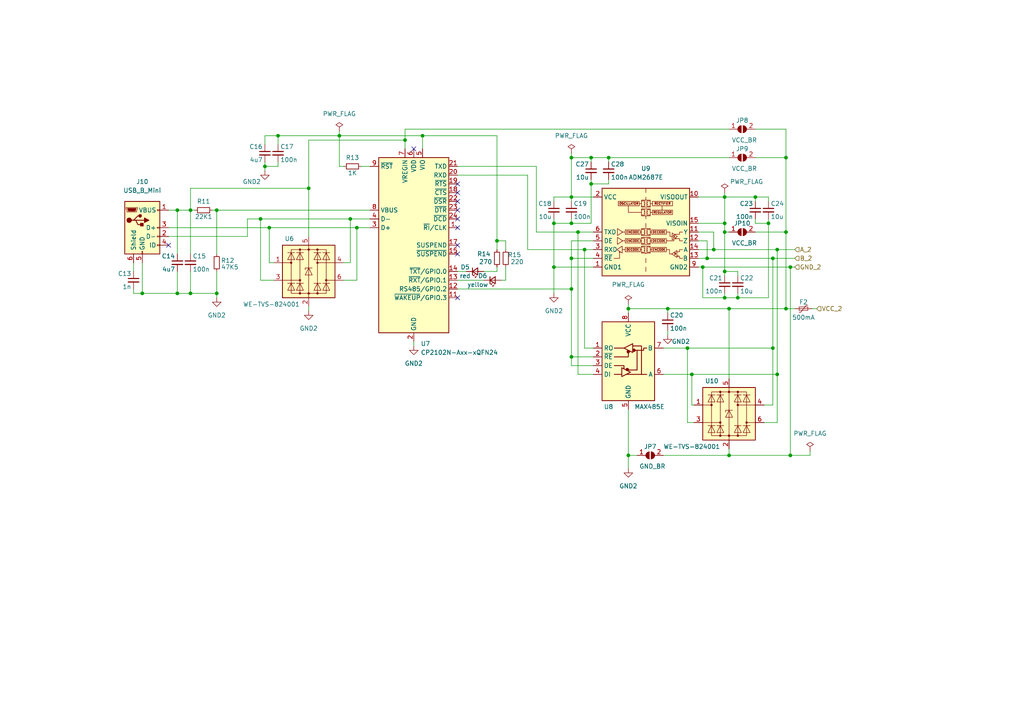
<source format=kicad_sch>
(kicad_sch (version 20211123) (generator eeschema)
  (paper "A4")
  (lib_symbols
    (symbol "Connector:USB_B_Mini" (pin_names (offset 1.016))
      (property "Reference" "J" (at -5.08 11.43 0))
      (property "Value" "USB_B_Mini" (at -5.08 8.89 0))
      (symbol "USB_B_Mini_0_1"
        (rectangle (start -5.08 -7.62) (end 5.08 7.62) (stroke (width 0.254)) (fill (type background)))
        (circle (center -3.81 2.159) (radius 0.635) (stroke (width 0.254)) (fill (type outline)))
        (circle (center -0.635 3.429) (radius 0.381) (stroke (width 0.254)) (fill (type outline)))
        (rectangle (start -0.127 -7.62) (end 0.127 -6.858))
        (polyline (pts (xy -1.905 2.159) (xy 0.635 2.159)) (stroke (width 0.254)))
        (polyline (pts (xy -3.175 2.159) (xy -2.54 2.159) (xy -1.27 3.429) (xy -0.635 3.429)) (stroke (width 0.254)))
        (polyline (pts (xy -2.54 2.159) (xy -1.905 2.159) (xy -1.27 0.889) (xy 0 0.889)) (stroke (width 0.254)))
        (polyline (pts (xy 0.635 2.794) (xy 0.635 1.524) (xy 1.905 2.159) (xy 0.635 2.794)) (stroke (width 0.254)) (fill (type outline)))
        (polyline (pts (xy -4.318 5.588) (xy -1.778 5.588) (xy -2.032 4.826) (xy -4.064 4.826) (xy -4.318 5.588)) (fill (type outline)))
        (polyline (pts (xy -4.699 5.842) (xy -4.699 5.588) (xy -4.445 4.826) (xy -4.445 4.572) (xy -1.651 4.572) (xy -1.651 4.826) (xy -1.397 5.588) (xy -1.397 5.842) (xy -4.699 5.842)))
        (rectangle (start 0.254 1.27) (end -0.508 0.508) (stroke (width 0.254)) (fill (type outline)))
        (rectangle (start 5.08 -5.207) (end 4.318 -4.953))
        (rectangle (start 5.08 -2.667) (end 4.318 -2.413))
        (rectangle (start 5.08 -0.127) (end 4.318 0.127))
        (rectangle (start 5.08 4.953) (end 4.318 5.207))
      )
      (symbol "USB_B_Mini_1_1"
        (pin power_out line (at 7.62 5.08 180) (length 2.54) (name "VBUS") (number "1"))
        (pin bidirectional line (at 7.62 -2.54 180) (length 2.54) (name "D-") (number "2"))
        (pin bidirectional line (at 7.62 0 180) (length 2.54) (name "D+") (number "3"))
        (pin passive line (at 7.62 -5.08 180) (length 2.54) (name "ID") (number "4"))
        (pin power_out line (at 0 -10.16 90) (length 2.54) (name "GND") (number "5"))
        (pin passive line (at -2.54 -10.16 90) (length 2.54) (name "Shield") (number "6"))
      )
    )
    (symbol "Device:C_Small" (pin_numbers hide) (pin_names (offset 0.254) hide)
      (property "Reference" "C" (at 0.254 1.778 0))
      (property "Value" "C_Small" (at 0.254 -2.032 0))
      (symbol "C_Small_0_1"
        (polyline (pts (xy -1.524 -0.508) (xy 1.524 -0.508)) (stroke (width 0.3302)))
        (polyline (pts (xy -1.524 0.508) (xy 1.524 0.508)) (stroke (width 0.3048)))
      )
      (symbol "C_Small_1_1"
        (pin passive line (at 0 2.54 270) (length 2.032) (name "~") (number "1"))
        (pin passive line (at 0 -2.54 90) (length 2.032) (name "~") (number "2"))
      )
    )
    (symbol "Device:LED_Small" (pin_numbers hide) (pin_names (offset 0.254) hide)
      (property "Reference" "D" (at -1.27 3.175 0))
      (property "Value" "LED_Small" (at -4.445 -2.54 0))
      (symbol "LED_Small_0_1"
        (polyline (pts (xy -0.762 -1.016) (xy -0.762 1.016)) (stroke (width 0.254)))
        (polyline (pts (xy 1.016 0) (xy -0.762 0)))
        (polyline (pts (xy 0.762 -1.016) (xy -0.762 0) (xy 0.762 1.016) (xy 0.762 -1.016)) (stroke (width 0.254)))
        (polyline (pts (xy 0 0.762) (xy -0.508 1.27) (xy -0.254 1.27) (xy -0.508 1.27) (xy -0.508 1.016)))
        (polyline (pts (xy 0.508 1.27) (xy 0 1.778) (xy 0.254 1.778) (xy 0 1.778) (xy 0 1.524)))
      )
      (symbol "LED_Small_1_1"
        (pin passive line (at -2.54 0 0) (length 1.778) (name "K") (number "1"))
        (pin passive line (at 2.54 0 180) (length 1.778) (name "A") (number "2"))
      )
    )
    (symbol "Device:Polyfuse_Small" (pin_numbers hide) (pin_names (offset 0))
      (property "Reference" "F" (at -1.905 0 90))
      (property "Value" "Polyfuse_Small" (at 1.905 0 90))
      (symbol "Polyfuse_Small_0_1"
        (rectangle (start -0.508 1.27) (end 0.508 -1.27))
        (polyline (pts (xy 0 2.54) (xy 0 -2.54)))
        (polyline (pts (xy -1.016 1.27) (xy -1.016 0.762) (xy 1.016 -0.762) (xy 1.016 -1.27)))
      )
      (symbol "Polyfuse_Small_1_1"
        (pin passive line (at 0 2.54 270) (length 0.635) (name "~") (number "1"))
        (pin passive line (at 0 -2.54 90) (length 0.635) (name "~") (number "2"))
      )
    )
    (symbol "Device:R_Small" (pin_numbers hide) (pin_names (offset 0.254) hide)
      (property "Reference" "R" (at 0.762 0.508 0))
      (property "Value" "R_Small" (at 0.762 -1.016 0))
      (symbol "R_Small_0_1"
        (rectangle (start -0.762 1.778) (end 0.762 -1.778) (stroke (width 0.2032)))
      )
      (symbol "R_Small_1_1"
        (pin passive line (at 0 2.54 270) (length 0.762) (name "~") (number "1"))
        (pin passive line (at 0 -2.54 90) (length 0.762) (name "~") (number "2"))
      )
    )
    (symbol "Interface_UART:ADM2687E"
      (property "Reference" "U" (at -11.43 13.97 0))
      (property "Value" "ADM2687E" (at 7.62 13.97 0))
      (symbol "ADM2687E_0_0"
        (text "D" (at 8.128 -1.27 0) (effects (font (size 0.635 0.635))))
        (text "R" (at 8.509 -6.35 0) (effects (font (size 0.635 0.635))))
      )
      (symbol "ADM2687E_0_1"
        (circle (center -7.62 -5.842) (radius 0.127))
        (polyline (pts (xy -9.271 -7.62) (xy -7.62 -7.62) (xy -7.62 -5.969)))
        (polyline (pts (xy 5.969 -2.54) (xy 8.128 -2.54) (xy 8.128 -2.032)))
        (polyline (pts (xy 7.493 -6.35) (xy 6.858 -6.35) (xy 6.858 -5.08) (xy 5.969 -5.08)))
        (polyline (pts (xy 7.62 -1.27) (xy 6.985 -1.27) (xy 6.985 0) (xy 5.969 0)))
        (polyline (pts (xy 9.017 -5.715) (xy 9.779 -5.715) (xy 9.779 -5.08) (xy 10.668 -5.08)))
        (polyline (pts (xy 9.398 -6.985) (xy 9.779 -6.985) (xy 9.779 -7.62) (xy 10.668 -7.62)))
        (polyline (pts (xy 10.668 -2.54) (xy 9.779 -2.54) (xy 9.779 -1.905) (xy 8.763 -1.905)))
        (polyline (pts (xy 10.668 0) (xy 9.779 0) (xy 9.779 -0.635) (xy 8.255 -0.635)))
      )
      (symbol "ADM2687E_1_0"
        (rectangle (start -1.27 -4.064) (end 1.27 -6.096))
        (rectangle (start -1.27 -1.524) (end 1.27 -3.556))
        (rectangle (start -1.27 1.016) (end 1.27 -1.016))
        (rectangle (start -1.27 6.731) (end 1.27 4.699))
        (rectangle (start -1.27 9.271) (end 1.27 7.239))
        (arc (start -0.508 -5.842) (mid -0.254 -5.588) (end -0.508 -5.334))
        (arc (start -0.508 -5.334) (mid -0.254 -5.08) (end -0.508 -4.826))
        (arc (start -0.508 -4.826) (mid -0.254 -4.572) (end -0.508 -4.318))
        (arc (start -0.508 -3.302) (mid -0.254 -3.048) (end -0.508 -2.794))
        (arc (start -0.508 -2.794) (mid -0.254 -2.54) (end -0.508 -2.286))
        (arc (start -0.508 -2.286) (mid -0.254 -2.032) (end -0.508 -1.778))
        (arc (start -0.508 -0.762) (mid -0.254 -0.508) (end -0.508 -0.254))
        (arc (start -0.508 -0.254) (mid -0.254 0) (end -0.508 0.254))
        (arc (start -0.508 0.254) (mid -0.254 0.508) (end -0.508 0.762))
        (arc (start -0.508 4.953) (mid -0.254 5.207) (end -0.508 5.461))
        (arc (start -0.508 5.461) (mid -0.254 5.715) (end -0.508 5.969))
        (arc (start -0.508 5.969) (mid -0.254 6.223) (end -0.508 6.477))
        (arc (start -0.508 7.493) (mid -0.254 7.747) (end -0.508 8.001))
        (arc (start -0.508 8.001) (mid -0.254 8.255) (end -0.508 8.509))
        (arc (start -0.508 8.509) (mid -0.254 8.763) (end -0.508 9.017))
        (polyline (pts (xy -5.969 -5.08) (xy -6.858 -5.08)))
        (polyline (pts (xy -5.969 -2.54) (xy -6.858 -2.54)))
        (polyline (pts (xy -5.969 0) (xy -6.858 0)))
        (polyline (pts (xy -5.08 5.715) (xy -5.08 7.62)))
        (polyline (pts (xy -5.08 5.715) (xy -1.27 5.715)))
        (polyline (pts (xy -1.905 8.255) (xy -1.27 8.255)))
        (polyline (pts (xy -1.651 -5.08) (xy -1.27 -5.08)))
        (polyline (pts (xy -1.651 -2.54) (xy -1.27 -2.54)))
        (polyline (pts (xy -1.651 0) (xy -1.27 0)))
        (polyline (pts (xy -1.27 -5.842) (xy -0.508 -5.842)))
        (polyline (pts (xy -1.27 -4.318) (xy -0.508 -4.318)))
        (polyline (pts (xy -1.27 -3.302) (xy -0.508 -3.302)))
        (polyline (pts (xy -1.27 -1.778) (xy -0.508 -1.778)))
        (polyline (pts (xy -1.27 -0.762) (xy -0.508 -0.762)))
        (polyline (pts (xy -1.27 0.762) (xy -0.508 0.762)))
        (polyline (pts (xy -1.27 4.953) (xy -0.508 4.953)))
        (polyline (pts (xy -1.27 6.477) (xy -0.508 6.477)))
        (polyline (pts (xy -1.27 7.493) (xy -0.508 7.493)))
        (polyline (pts (xy -1.27 9.017) (xy -0.508 9.017)))
        (polyline (pts (xy 0 -11.43) (xy 0 -10.16)))
        (polyline (pts (xy 0 -8.89) (xy 0 -7.62)))
        (polyline (pts (xy 0 -6.35) (xy 0 -6.096)))
        (polyline (pts (xy 0 1.27) (xy 0 2.54)))
        (polyline (pts (xy 0 3.81) (xy 0 4.699)))
        (polyline (pts (xy 0 9.271) (xy 0 10.16)))
        (polyline (pts (xy 0 12.7) (xy 0 11.43)))
        (polyline (pts (xy 1.27 -5.842) (xy 0.508 -5.842)))
        (polyline (pts (xy 1.27 -4.318) (xy 0.508 -4.318)))
        (polyline (pts (xy 1.27 -3.302) (xy 0.508 -3.302)))
        (polyline (pts (xy 1.27 -1.778) (xy 0.508 -1.778)))
        (polyline (pts (xy 1.27 -0.762) (xy 0.508 -0.762)))
        (polyline (pts (xy 1.27 0.762) (xy 0.508 0.762)))
        (polyline (pts (xy 1.27 4.953) (xy 0.508 4.953)))
        (polyline (pts (xy 1.27 6.477) (xy 0.508 6.477)))
        (polyline (pts (xy 1.27 7.493) (xy 0.508 7.493)))
        (polyline (pts (xy 1.27 9.017) (xy 0.508 9.017)))
        (polyline (pts (xy 1.651 -5.08) (xy 1.27 -5.08)))
        (polyline (pts (xy 1.651 -2.54) (xy 1.27 -2.54)))
        (polyline (pts (xy 1.651 0) (xy 1.27 0)))
        (polyline (pts (xy 1.905 5.715) (xy 1.27 5.715)))
        (polyline (pts (xy 1.905 8.255) (xy 1.27 8.255)))
        (polyline (pts (xy 4.699 6.35) (xy 4.699 7.62)))
        (arc (start 0.508 -5.334) (mid 0.254 -5.588) (end 0.508 -5.842))
        (arc (start 0.508 -4.826) (mid 0.254 -5.08) (end 0.508 -5.334))
        (arc (start 0.508 -4.318) (mid 0.254 -4.572) (end 0.508 -4.826))
        (arc (start 0.508 -2.794) (mid 0.254 -3.048) (end 0.508 -3.302))
        (arc (start 0.508 -2.286) (mid 0.254 -2.54) (end 0.508 -2.794))
        (arc (start 0.508 -1.778) (mid 0.254 -2.032) (end 0.508 -2.286))
        (arc (start 0.508 -0.254) (mid 0.254 -0.508) (end 0.508 -0.762))
        (arc (start 0.508 0.254) (mid 0.254 0) (end 0.508 -0.254))
        (arc (start 0.508 0.762) (mid 0.254 0.508) (end 0.508 0.254))
        (arc (start 0.508 5.461) (mid 0.254 5.207) (end 0.508 4.953))
        (arc (start 0.508 5.969) (mid 0.254 5.715) (end 0.508 5.461))
        (arc (start 0.508 6.477) (mid 0.254 6.223) (end 0.508 5.969))
        (arc (start 0.508 8.001) (mid 0.254 7.747) (end 0.508 7.493))
        (arc (start 0.508 8.509) (mid 0.254 8.255) (end 0.508 8.001))
        (arc (start 0.508 9.017) (mid 0.254 8.763) (end 0.508 8.509))
        (rectangle (start 1.651 -4.445) (end 5.969 -5.715))
        (rectangle (start 1.651 -1.905) (end 5.969 -3.175))
        (rectangle (start 1.651 0.635) (end 5.969 -0.635))
        (rectangle (start 1.905 6.35) (end 7.747 5.08))
        (rectangle (start 1.905 8.89) (end 7.747 7.62))
        (text "DECODE" (at -3.81 -5.08 0) (effects (font (size 0.635 0.635))))
        (text "DECODE" (at 3.81 -2.54 0) (effects (font (size 0.635 0.635))))
        (text "DECODE" (at 3.81 0 0) (effects (font (size 0.635 0.635))))
        (text "ENCODE" (at -3.81 -2.54 0) (effects (font (size 0.635 0.635))))
        (text "ENCODE" (at -3.81 0 0) (effects (font (size 0.635 0.635))))
        (text "ENCODE" (at 3.81 -5.08 0) (effects (font (size 0.635 0.635))))
        (text "OSCILLATOR" (at -4.953 8.255 0) (effects (font (size 0.635 0.635))))
        (text "RECTIFIER" (at 4.826 8.255 0) (effects (font (size 0.635 0.635))))
        (text "REGULATOR" (at 4.826 5.715 0) (effects (font (size 0.635 0.635))))
      )
      (symbol "ADM2687E_1_1"
        (rectangle (start -12.7 12.7) (end 12.7 -12.7) (stroke (width 0.254)) (fill (type background)))
        (rectangle (start -1.905 8.89) (end -8.001 7.62))
        (rectangle (start -1.651 -4.445) (end -5.969 -5.715))
        (rectangle (start -1.651 -1.905) (end -5.969 -3.175))
        (rectangle (start -1.651 0.635) (end -5.969 -0.635))
        (polyline (pts (xy -8.382 -5.08) (xy -6.858 -4.064) (xy -6.858 -6.096) (xy -8.382 -5.08)))
        (polyline (pts (xy -6.731 -2.54) (xy -8.255 -1.524) (xy -8.255 -3.556) (xy -6.731 -2.54)))
        (polyline (pts (xy -6.731 0) (xy -8.255 1.016) (xy -8.255 -1.016) (xy -6.731 0)))
        (polyline (pts (xy 7.493 -6.35) (xy 9.017 -5.334) (xy 9.017 -7.366) (xy 7.493 -6.35)))
        (polyline (pts (xy 9.144 -1.27) (xy 7.62 -0.254) (xy 7.62 -2.286) (xy 9.144 -1.27)))
        (circle (center 8.636 -1.905) (radius 0.127))
        (circle (center 9.271 -6.985) (radius 0.127))
        (pin power_in line (at -15.24 -10.16 0) (length 2.54) (name "GND1") (number "1"))
        (pin power_in line (at 15.24 10.16 180) (length 2.54) (name "VISOOUT") (number "10"))
        (pin output line (at 15.24 0 180) (length 2.54) (name "Y") (number "11"))
        (pin output line (at 15.24 -2.54 180) (length 2.54) (name "Z") (number "12"))
        (pin input line (at 15.24 -7.62 180) (length 2.54) (name "B") (number "13"))
        (pin input line (at 15.24 -5.08 180) (length 2.54) (name "A") (number "14"))
        (pin power_in line (at 15.24 2.54 180) (length 2.54) (name "VISOIN") (number "15"))
        (pin passive line (at 15.24 -10.16 180) (length 2.54) hide (name "GND2") (number "16"))
        (pin power_in line (at -15.24 10.16 0) (length 2.54) (name "VCC") (number "2"))
        (pin output line (at -15.24 -5.08 0) (length 2.54) (name "RXD") (number "3"))
        (pin input line (at -15.24 -7.62 0) (length 2.54) (name "~{RE}") (number "4"))
        (pin input line (at -15.24 -2.54 0) (length 2.54) (name "DE") (number "5"))
        (pin input line (at -15.24 0 0) (length 2.54) (name "TXD") (number "6"))
        (pin passive line (at -15.24 10.16 0) (length 2.54) hide (name "VCC") (number "7"))
        (pin passive line (at -15.24 -10.16 0) (length 2.54) hide (name "GND1") (number "8"))
        (pin power_in line (at 15.24 -10.16 180) (length 2.54) (name "GND2") (number "9"))
      )
    )
    (symbol "Interface_UART:MAX485E"
      (property "Reference" "U8" (at -7.112 -14.478 0))
      (property "Value" "MAX485E" (at 1.778 -14.478 0))
      (symbol "MAX485E_0_1"
        (rectangle (start -7.62 10.16) (end 7.62 -12.7) (stroke (width 0.254)) (fill (type background)))
        (circle (center -0.3048 -3.683) (radius 0.3556) (stroke (width 0.254)) (fill (type outline)))
        (circle (center -0.0254 1.4986) (radius 0.3556) (stroke (width 0.254)) (fill (type outline)))
        (polyline (pts (xy -4.064 -5.08) (xy -1.905 -5.08)) (stroke (width 0.254)))
        (polyline (pts (xy -4.064 2.54) (xy -1.27 2.54)) (stroke (width 0.254)))
        (polyline (pts (xy -1.27 -3.2004) (xy -1.27 -3.4544)) (stroke (width 0.254)))
        (polyline (pts (xy -0.635 -5.08) (xy 5.334 -5.08)) (stroke (width 0.254)))
        (polyline (pts (xy -4.064 -2.54) (xy -1.27 -2.54) (xy -1.27 -3.175)) (stroke (width 0.254)))
        (polyline (pts (xy 0 1.27) (xy 0 0) (xy -4.064 0)) (stroke (width 0.254)))
        (polyline (pts (xy 1.27 3.175) (xy 3.81 3.175) (xy 3.81 -5.08)) (stroke (width 0.254)))
        (polyline (pts (xy 2.54 1.905) (xy 2.54 -3.81) (xy 0 -3.81)) (stroke (width 0.254)))
        (polyline (pts (xy -1.905 -3.175) (xy -1.905 -5.715) (xy 0.635 -4.445) (xy -1.905 -3.175)) (stroke (width 0.254)))
        (polyline (pts (xy -1.27 2.54) (xy 1.27 3.81) (xy 1.27 1.27) (xy -1.27 2.54)) (stroke (width 0.254)))
        (polyline (pts (xy 1.905 1.905) (xy 4.445 1.905) (xy 4.445 2.54) (xy 5.334 2.54)) (stroke (width 0.254)))
        (rectangle (start 1.27 3.175) (end 1.27 3.175))
        (circle (center 1.651 1.905) (radius 0.3556) (stroke (width 0.254)) (fill (type outline)))
      )
      (symbol "MAX485E_1_1"
        (pin passive line (at -10.16 2.54 0) (length 2.54) (name "RO") (number "1"))
        (pin input line (at -10.16 0 0) (length 2.54) (name "~{RE}") (number "2"))
        (pin input line (at -10.16 -2.54 0) (length 2.54) (name "DE") (number "3"))
        (pin input line (at -10.16 -5.08 0) (length 2.54) (name "DI") (number "4"))
        (pin power_in line (at 0 -15.24 90) (length 2.54) (name "GND") (number "5"))
        (pin bidirectional line (at 10.16 -5.08 180) (length 2.54) (name "A") (number "6"))
        (pin bidirectional line (at 10.16 2.54 180) (length 2.54) (name "B") (number "7"))
        (pin power_in line (at 0 12.7 270) (length 2.54) (name "VCC") (number "8"))
      )
    )
    (symbol "Interface_USB:CP2102N-Axx-xQFN24"
      (property "Reference" "U" (at -8.89 26.67 0))
      (property "Value" "CP2102N-Axx-xQFN24" (at 13.97 26.67 0))
      (symbol "CP2102N-Axx-xQFN24_0_1"
        (rectangle (start -10.16 25.4) (end 10.16 -25.4) (stroke (width 0.254)) (fill (type background)))
      )
      (symbol "CP2102N-Axx-xQFN24_1_1"
        (pin bidirectional line (at 12.7 5.08 180) (length 2.54) (name "~{RI}/CLK") (number "1"))
        (pin no_connect line (at -10.16 -22.86 0) (length 2.54) hide (name "NC") (number "10"))
        (pin bidirectional line (at 12.7 -15.24 180) (length 2.54) (name "~{WAKEUP}/GPIO.3") (number "11"))
        (pin bidirectional line (at 12.7 -12.7 180) (length 2.54) (name "RS485/GPIO.2") (number "12"))
        (pin bidirectional line (at 12.7 -10.16 180) (length 2.54) (name "~{RXT}/GPIO.1") (number "13"))
        (pin bidirectional line (at 12.7 -7.62 180) (length 2.54) (name "~{TXT}/GPIO.0") (number "14"))
        (pin output line (at 12.7 -2.54 180) (length 2.54) (name "~{SUSPEND}") (number "15"))
        (pin no_connect line (at 10.16 -22.86 180) (length 2.54) hide (name "NC") (number "16"))
        (pin output line (at 12.7 0 180) (length 2.54) (name "SUSPEND") (number "17"))
        (pin input line (at 12.7 15.24 180) (length 2.54) (name "~{CTS}") (number "18"))
        (pin output line (at 12.7 17.78 180) (length 2.54) (name "~{RTS}") (number "19"))
        (pin power_in line (at 0 -27.94 90) (length 2.54) (name "GND") (number "2"))
        (pin input line (at 12.7 20.32 180) (length 2.54) (name "RXD") (number "20"))
        (pin output line (at 12.7 22.86 180) (length 2.54) (name "TXD") (number "21"))
        (pin input line (at 12.7 12.7 180) (length 2.54) (name "~{DSR}") (number "22"))
        (pin output line (at 12.7 10.16 180) (length 2.54) (name "~{DTR}") (number "23"))
        (pin input line (at 12.7 7.62 180) (length 2.54) (name "~{DCD}") (number "24"))
        (pin passive line (at 0 -27.94 90) (length 2.54) hide (name "GND") (number "25"))
        (pin bidirectional line (at -12.7 5.08 0) (length 2.54) (name "D+") (number "3"))
        (pin bidirectional line (at -12.7 7.62 0) (length 2.54) (name "D-") (number "4"))
        (pin power_in line (at 2.54 27.94 270) (length 2.54) (name "VIO") (number "5"))
        (pin power_in line (at 0 27.94 270) (length 2.54) (name "VDD") (number "6"))
        (pin power_in line (at -2.54 27.94 270) (length 2.54) (name "VREGIN") (number "7"))
        (pin input line (at -12.7 10.16 0) (length 2.54) (name "VBUS") (number "8"))
        (pin input line (at -12.7 22.86 0) (length 2.54) (name "~{RST}") (number "9"))
      )
    )
    (symbol "Jumper:SolderJumper_2_Open" (pin_names (offset 0) hide)
      (property "Reference" "JP" (at 0 2.032 0))
      (property "Value" "SolderJumper_2_Open" (at 0 -2.54 0))
      (symbol "SolderJumper_2_Open_0_1"
        (arc (start -0.254 1.016) (mid -1.27 0) (end -0.254 -1.016))
        (arc (start -0.254 1.016) (mid -1.27 0) (end -0.254 -1.016) (fill (type outline)))
        (polyline (pts (xy -0.254 1.016) (xy -0.254 -1.016)))
        (polyline (pts (xy 0.254 1.016) (xy 0.254 -1.016)))
        (arc (start 0.254 -1.016) (mid 1.27 0) (end 0.254 1.016))
        (arc (start 0.254 -1.016) (mid 1.27 0) (end 0.254 1.016) (fill (type outline)))
      )
      (symbol "SolderJumper_2_Open_1_1"
        (pin passive line (at -3.81 0 0) (length 2.54) (name "A") (number "1"))
        (pin passive line (at 3.81 0 180) (length 2.54) (name "B") (number "2"))
      )
    )
    (symbol "power:GND2" (power) (pin_names (offset 0))
      (property "Value" "GND2" (at 0 -3.81 0))
      (symbol "GND2_0_1"
        (polyline (pts (xy 0 0) (xy 0 -1.27) (xy 1.27 -1.27) (xy 0 -2.54) (xy -1.27 -1.27) (xy 0 -1.27)))
      )
      (symbol "GND2_1_1"
        (pin power_in line (at 0 0 270) (length 0) hide (name "GND2") (number "1"))
      )
    )
    (symbol "power:PWR_FLAG" (power) (pin_numbers hide) (pin_names (offset 0) hide)
      (property "Value" "PWR_FLAG" (at 0 3.81 0))
      (symbol "PWR_FLAG_0_0"
        (pin power_out line (at 0 0 90) (length 0) (name "pwr") (number "1"))
      )
      (symbol "PWR_FLAG_0_1"
        (polyline (pts (xy 0 0) (xy 0 1.27) (xy -1.016 1.905) (xy 0 2.54) (xy 1.016 1.905) (xy 0 1.27)))
      )
    )
    (symbol "the78mole:WE-TVS-824001" (pin_names hide)
      (property "Reference" "U" (at 2.54 8.89 0))
      (property "Value" "WE-TVS-824001" (at 2.54 -8.89 0))
      (symbol "WE-TVS-824001_0_1"
        (rectangle (start -7.62 -7.62) (end 7.62 7.62) (stroke (width 0.254)) (fill (type background)))
        (circle (center -5.08 2.54) (radius 0.254) (fill (type outline)))
        (circle (center -2.54 -6.35) (radius 0.254) (fill (type outline)))
        (circle (center -2.54 -2.54) (radius 0.254) (fill (type outline)))
        (circle (center -2.54 6.35) (radius 0.254) (fill (type outline)))
        (rectangle (start -2.54 6.35) (end 2.54 -6.35))
        (circle (center 0 -6.35) (radius 0.254) (fill (type outline)))
        (polyline (pts (xy -5.08 2.54) (xy -7.62 2.54)))
        (polyline (pts (xy -4.064 -3.429) (xy -6.096 -3.429)))
        (polyline (pts (xy -4.064 5.461) (xy -6.096 5.461)))
        (polyline (pts (xy -2.54 -2.54) (xy -7.62 -2.54)))
        (polyline (pts (xy -1.524 -3.429) (xy -3.556 -3.429)))
        (polyline (pts (xy -1.524 5.461) (xy -3.556 5.461)))
        (polyline (pts (xy 0 -7.62) (xy 0 -6.35)))
        (polyline (pts (xy 0 -6.35) (xy 0 1.27)))
        (polyline (pts (xy 0 1.27) (xy 0 6.35)))
        (polyline (pts (xy 0 6.35) (xy 0 7.62)))
        (polyline (pts (xy 1.524 -3.429) (xy 3.556 -3.429)))
        (polyline (pts (xy 1.524 5.461) (xy 3.556 5.461)))
        (polyline (pts (xy 2.54 2.54) (xy 7.62 2.54)))
        (polyline (pts (xy 4.064 -3.429) (xy 6.096 -3.429)))
        (polyline (pts (xy 4.064 5.461) (xy 6.096 5.461)))
        (polyline (pts (xy 5.08 -2.54) (xy 7.62 -2.54)))
        (polyline (pts (xy -6.096 -5.461) (xy -4.064 -5.461) (xy -5.08 -3.429) (xy -6.096 -5.461)))
        (polyline (pts (xy -6.096 3.429) (xy -4.064 3.429) (xy -5.08 5.461) (xy -6.096 3.429)))
        (polyline (pts (xy -3.556 -5.461) (xy -1.524 -5.461) (xy -2.54 -3.429) (xy -3.556 -5.461)))
        (polyline (pts (xy -3.556 3.429) (xy -1.524 3.429) (xy -2.54 5.461) (xy -3.556 3.429)))
        (polyline (pts (xy -2.54 6.35) (xy -5.08 6.35) (xy -5.08 -6.35) (xy -2.54 -6.35)))
        (polyline (pts (xy -1.016 -1.016) (xy 1.016 -1.016) (xy 0 1.016) (xy -1.016 -1.016)))
        (polyline (pts (xy 1.016 1.016) (xy 0.762 1.016) (xy -1.016 1.016) (xy -1.016 0.508)))
        (polyline (pts (xy 2.54 6.35) (xy 5.08 6.35) (xy 5.08 -6.35) (xy 2.54 -6.35)))
        (polyline (pts (xy 3.556 -5.461) (xy 1.524 -5.461) (xy 2.54 -3.429) (xy 3.556 -5.461)))
        (polyline (pts (xy 3.556 3.429) (xy 1.524 3.429) (xy 2.54 5.461) (xy 3.556 3.429)))
        (polyline (pts (xy 6.096 -5.461) (xy 4.064 -5.461) (xy 5.08 -3.429) (xy 6.096 -5.461)))
        (polyline (pts (xy 6.096 3.429) (xy 4.064 3.429) (xy 5.08 5.461) (xy 6.096 3.429)))
        (circle (center 0 6.35) (radius 0.254) (fill (type outline)))
        (circle (center 2.54 -6.35) (radius 0.254) (fill (type outline)))
        (circle (center 2.54 2.54) (radius 0.254) (fill (type outline)))
        (circle (center 2.54 6.35) (radius 0.254) (fill (type outline)))
        (circle (center 5.08 -2.54) (radius 0.254) (fill (type outline)))
      )
      (symbol "WE-TVS-824001_1_1"
        (pin passive line (at -10.16 2.54 0) (length 2.54) (name "I/O1") (number "1"))
        (pin passive line (at 0 -10.16 90) (length 2.54) (name "GND") (number "2"))
        (pin passive line (at -10.16 -2.54 0) (length 2.54) (name "I/O2") (number "3"))
        (pin passive line (at 10.16 2.54 180) (length 2.54) (name "I/O3") (number "4"))
        (pin passive line (at 0 10.16 270) (length 2.54) (name "VBUS") (number "5"))
        (pin passive line (at 10.16 -2.54 180) (length 2.54) (name "I/O4") (number "6"))
      )
    )
  )
  (junction (at 224.155 100.965))
  (junction (at 167.64 67.31))
  (junction (at 165.735 45.72))
  (junction (at 225.425 108.585))
  (junction (at 122.555 39.37))
  (junction (at 165.735 64.77))
  (junction (at 210.185 64.77))
  (junction (at 144.145 69.85))
  (junction (at 103.505 66.04))
  (junction (at 171.45 53.34))
  (junction (at 210.185 67.31))
  (junction (at 227.965 45.72))
  (junction (at 51.435 85.09))
  (junction (at 207.01 72.39))
  (junction (at 160.655 77.47))
  (junction (at 219.075 57.15))
  (junction (at 176.53 45.72))
  (junction (at 211.455 89.535))
  (junction (at 182.245 132.08))
  (junction (at 165.735 74.93))
  (junction (at 203.835 77.47))
  (junction (at 210.185 86.36))
  (junction (at 160.655 64.77))
  (junction (at 165.735 83.82))
  (junction (at 229.235 77.47))
  (junction (at 227.965 89.535))
  (junction (at 89.535 54.61))
  (junction (at 41.275 85.09))
  (junction (at 51.435 60.96))
  (junction (at 205.105 74.93))
  (junction (at 200.66 108.585))
  (junction (at 117.475 40.64))
  (junction (at 213.995 86.36))
  (junction (at 75.565 63.5))
  (junction (at 169.545 72.39))
  (junction (at 98.425 39.37))
  (junction (at 229.235 132.08))
  (junction (at 78.105 66.04))
  (junction (at 55.245 60.96))
  (junction (at 55.245 85.09))
  (junction (at 211.455 132.08))
  (junction (at 62.865 60.96))
  (junction (at 80.645 39.37))
  (junction (at 165.735 57.15))
  (junction (at 62.865 85.09))
  (junction (at 182.245 89.535))
  (junction (at 222.885 64.77))
  (junction (at 193.675 89.535))
  (junction (at 165.735 103.505))
  (junction (at 210.185 57.15))
  (junction (at 171.45 45.72))
  (junction (at 199.39 100.965))
  (junction (at 101.6 63.5))
  (junction (at 227.965 67.31))
  (junction (at 76.835 48.26))
  (junction (at 224.155 74.93))
  (junction (at 225.425 72.39))
  (junction (at 210.185 78.74))
  (no_connect (at 132.715 60.96))
  (no_connect (at 132.715 66.04))
  (no_connect (at 132.715 86.36))
  (no_connect (at 132.715 63.5))
  (no_connect (at 132.715 53.34))
  (no_connect (at 132.715 58.42))
  (no_connect (at 48.895 71.12))
  (no_connect (at 132.715 55.88))
  (no_connect (at 132.715 71.12))
  (no_connect (at 132.715 73.66))
  (no_connect (at 120.015 43.18))
  (wire (pts (xy 176.53 52.07) (xy 176.53 53.34)))
  (wire (pts (xy 75.565 81.28) (xy 75.565 63.5)))
  (wire (pts (xy 222.885 63.5) (xy 222.885 64.77)))
  (wire (pts (xy 55.245 60.96) (xy 56.515 60.96)))
  (wire (pts (xy 172.085 69.85) (xy 165.735 69.85)))
  (wire (pts (xy 89.535 88.9) (xy 89.535 90.17)))
  (wire (pts (xy 165.735 64.77) (xy 160.655 64.77)))
  (wire (pts (xy 160.655 64.77) (xy 160.655 77.47)))
  (wire (pts (xy 229.235 77.47) (xy 230.505 77.47)))
  (wire (pts (xy 62.865 60.96) (xy 107.315 60.96)))
  (wire (pts (xy 182.245 88.265) (xy 182.245 89.535)))
  (wire (pts (xy 227.965 45.72) (xy 227.965 67.31)))
  (wire (pts (xy 71.755 63.5) (xy 75.565 63.5)))
  (wire (pts (xy 98.425 38.1) (xy 98.425 39.37)))
  (wire (pts (xy 182.245 132.08) (xy 182.245 135.89)))
  (wire (pts (xy 51.435 60.96) (xy 51.435 73.66)))
  (wire (pts (xy 172.085 108.585) (xy 167.64 108.585)))
  (wire (pts (xy 222.885 58.42) (xy 222.885 57.15)))
  (wire (pts (xy 76.835 41.91) (xy 76.835 39.37)))
  (wire (pts (xy 165.735 45.72) (xy 165.735 57.15)))
  (wire (pts (xy 172.085 72.39) (xy 169.545 72.39)))
  (wire (pts (xy 48.895 60.96) (xy 51.435 60.96)))
  (wire (pts (xy 211.455 89.535) (xy 211.455 109.855)))
  (wire (pts (xy 225.425 108.585) (xy 225.425 122.555)))
  (wire (pts (xy 89.535 68.58) (xy 89.535 54.61)))
  (wire (pts (xy 234.95 132.08) (xy 229.235 132.08)))
  (wire (pts (xy 202.565 67.31) (xy 207.01 67.31)))
  (wire (pts (xy 144.145 69.85) (xy 144.145 39.37)))
  (wire (pts (xy 222.885 86.36) (xy 213.995 86.36)))
  (wire (pts (xy 203.835 77.47) (xy 229.235 77.47)))
  (wire (pts (xy 176.53 45.72) (xy 171.45 45.72)))
  (wire (pts (xy 210.185 64.77) (xy 210.185 67.31)))
  (wire (pts (xy 219.075 58.42) (xy 219.075 57.15)))
  (wire (pts (xy 104.775 48.26) (xy 107.315 48.26)))
  (wire (pts (xy 101.6 76.2) (xy 101.6 63.5)))
  (wire (pts (xy 203.835 86.36) (xy 210.185 86.36)))
  (wire (pts (xy 234.95 130.81) (xy 234.95 132.08)))
  (wire (pts (xy 207.01 67.31) (xy 207.01 72.39)))
  (wire (pts (xy 210.185 55.88) (xy 210.185 57.15)))
  (wire (pts (xy 48.895 66.04) (xy 78.105 66.04)))
  (wire (pts (xy 202.565 77.47) (xy 203.835 77.47)))
  (wire (pts (xy 55.245 60.96) (xy 55.245 73.66)))
  (wire (pts (xy 205.105 69.85) (xy 202.565 69.85)))
  (wire (pts (xy 38.735 85.09) (xy 41.275 85.09)))
  (wire (pts (xy 79.375 81.28) (xy 75.565 81.28)))
  (wire (pts (xy 229.235 132.08) (xy 229.235 77.47)))
  (wire (pts (xy 41.275 76.2) (xy 41.275 85.09)))
  (wire (pts (xy 55.245 54.61) (xy 55.245 60.96)))
  (wire (pts (xy 160.655 77.47) (xy 172.085 77.47)))
  (wire (pts (xy 222.885 64.77) (xy 222.885 86.36)))
  (wire (pts (xy 160.655 57.15) (xy 165.735 57.15)))
  (wire (pts (xy 225.425 108.585) (xy 225.425 72.39)))
  (wire (pts (xy 120.015 99.06) (xy 120.015 100.33)))
  (wire (pts (xy 172.085 106.045) (xy 165.735 106.045)))
  (wire (pts (xy 165.735 74.93) (xy 172.085 74.93)))
  (wire (pts (xy 117.475 37.465) (xy 117.475 40.64)))
  (wire (pts (xy 213.995 78.74) (xy 210.185 78.74)))
  (wire (pts (xy 79.375 76.2) (xy 78.105 76.2)))
  (wire (pts (xy 225.425 72.39) (xy 230.505 72.39)))
  (wire (pts (xy 71.755 68.58) (xy 71.755 63.5)))
  (wire (pts (xy 165.735 57.15) (xy 165.735 58.42)))
  (wire (pts (xy 176.53 53.34) (xy 171.45 53.34)))
  (wire (pts (xy 192.405 132.08) (xy 211.455 132.08)))
  (wire (pts (xy 80.645 39.37) (xy 98.425 39.37)))
  (wire (pts (xy 200.66 117.475) (xy 201.295 117.475)))
  (wire (pts (xy 202.565 74.93) (xy 205.105 74.93)))
  (wire (pts (xy 165.735 106.045) (xy 165.735 103.505)))
  (wire (pts (xy 51.435 60.96) (xy 55.245 60.96)))
  (wire (pts (xy 171.45 53.34) (xy 171.45 64.77)))
  (wire (pts (xy 80.645 41.91) (xy 80.645 39.37)))
  (wire (pts (xy 103.505 66.04) (xy 107.315 66.04)))
  (wire (pts (xy 146.685 72.39) (xy 146.685 69.85)))
  (wire (pts (xy 155.575 48.26) (xy 155.575 67.31)))
  (wire (pts (xy 193.675 89.535) (xy 211.455 89.535)))
  (wire (pts (xy 165.735 44.45) (xy 165.735 45.72)))
  (wire (pts (xy 213.995 86.36) (xy 210.185 86.36)))
  (wire (pts (xy 144.145 39.37) (xy 122.555 39.37)))
  (wire (pts (xy 182.245 89.535) (xy 182.245 90.805)))
  (wire (pts (xy 205.105 69.85) (xy 205.105 74.93)))
  (wire (pts (xy 51.435 78.74) (xy 51.435 85.09)))
  (wire (pts (xy 182.245 118.745) (xy 182.245 132.08)))
  (wire (pts (xy 211.455 45.72) (xy 176.53 45.72)))
  (wire (pts (xy 103.505 81.28) (xy 103.505 66.04)))
  (wire (pts (xy 219.075 63.5) (xy 219.075 64.77)))
  (wire (pts (xy 80.645 48.26) (xy 76.835 48.26)))
  (wire (pts (xy 193.675 89.535) (xy 182.245 89.535)))
  (wire (pts (xy 76.835 46.99) (xy 76.835 48.26)))
  (wire (pts (xy 89.535 40.64) (xy 89.535 54.61)))
  (wire (pts (xy 51.435 85.09) (xy 55.245 85.09)))
  (wire (pts (xy 132.715 78.74) (xy 135.255 78.74)))
  (wire (pts (xy 76.835 48.26) (xy 76.835 49.53)))
  (wire (pts (xy 200.66 108.585) (xy 225.425 108.585)))
  (wire (pts (xy 171.45 64.77) (xy 165.735 64.77)))
  (wire (pts (xy 99.695 81.28) (xy 103.505 81.28)))
  (wire (pts (xy 117.475 40.64) (xy 89.535 40.64)))
  (wire (pts (xy 211.455 132.08) (xy 229.235 132.08)))
  (wire (pts (xy 62.865 60.96) (xy 62.865 73.66)))
  (wire (pts (xy 200.66 108.585) (xy 200.66 117.475)))
  (wire (pts (xy 165.735 64.77) (xy 165.735 63.5)))
  (wire (pts (xy 80.645 46.99) (xy 80.645 48.26)))
  (wire (pts (xy 78.105 66.04) (xy 103.505 66.04)))
  (wire (pts (xy 98.425 39.37) (xy 122.555 39.37)))
  (wire (pts (xy 75.565 63.5) (xy 101.6 63.5)))
  (wire (pts (xy 227.965 67.31) (xy 227.965 89.535)))
  (wire (pts (xy 203.835 77.47) (xy 203.835 86.36)))
  (wire (pts (xy 165.735 69.85) (xy 165.735 74.93)))
  (wire (pts (xy 117.475 43.18) (xy 117.475 40.64)))
  (wire (pts (xy 169.545 72.39) (xy 153.035 72.39)))
  (wire (pts (xy 171.45 45.72) (xy 165.735 45.72)))
  (wire (pts (xy 132.715 48.26) (xy 155.575 48.26)))
  (wire (pts (xy 171.45 45.72) (xy 171.45 46.99)))
  (wire (pts (xy 210.185 78.74) (xy 210.185 80.01)))
  (wire (pts (xy 76.835 39.37) (xy 80.645 39.37)))
  (wire (pts (xy 224.155 74.93) (xy 230.505 74.93)))
  (wire (pts (xy 193.675 90.805) (xy 193.675 89.535)))
  (wire (pts (xy 78.105 76.2) (xy 78.105 66.04)))
  (wire (pts (xy 38.735 76.2) (xy 38.735 78.74)))
  (wire (pts (xy 160.655 58.42) (xy 160.655 57.15)))
  (wire (pts (xy 210.185 57.15) (xy 219.075 57.15)))
  (wire (pts (xy 122.555 39.37) (xy 122.555 43.18)))
  (wire (pts (xy 55.245 85.09) (xy 62.865 85.09)))
  (wire (pts (xy 165.735 57.15) (xy 172.085 57.15)))
  (wire (pts (xy 167.64 67.31) (xy 172.085 67.31)))
  (wire (pts (xy 193.675 95.885) (xy 193.675 97.155)))
  (wire (pts (xy 98.425 48.26) (xy 98.425 39.37)))
  (wire (pts (xy 192.405 108.585) (xy 200.66 108.585)))
  (wire (pts (xy 169.545 100.965) (xy 169.545 72.39)))
  (wire (pts (xy 62.865 85.09) (xy 62.865 86.36)))
  (wire (pts (xy 219.075 64.77) (xy 222.885 64.77)))
  (wire (pts (xy 219.075 37.465) (xy 227.965 37.465)))
  (wire (pts (xy 205.105 74.93) (xy 224.155 74.93)))
  (wire (pts (xy 146.685 69.85) (xy 144.145 69.85)))
  (wire (pts (xy 210.185 86.36) (xy 210.185 85.09)))
  (wire (pts (xy 210.185 67.31) (xy 211.455 67.31)))
  (wire (pts (xy 61.595 60.96) (xy 62.865 60.96)))
  (wire (pts (xy 221.615 122.555) (xy 225.425 122.555)))
  (wire (pts (xy 99.695 48.26) (xy 98.425 48.26)))
  (wire (pts (xy 210.185 57.15) (xy 210.185 64.77)))
  (wire (pts (xy 202.565 64.77) (xy 210.185 64.77)))
  (wire (pts (xy 171.45 52.07) (xy 171.45 53.34)))
  (wire (pts (xy 219.075 67.31) (xy 227.965 67.31)))
  (wire (pts (xy 207.01 72.39) (xy 225.425 72.39)))
  (wire (pts (xy 202.565 57.15) (xy 210.185 57.15)))
  (wire (pts (xy 222.885 57.15) (xy 219.075 57.15)))
  (wire (pts (xy 224.155 100.965) (xy 224.155 74.93)))
  (wire (pts (xy 117.475 37.465) (xy 211.455 37.465)))
  (wire (pts (xy 144.145 72.39) (xy 144.145 69.85)))
  (wire (pts (xy 176.53 45.72) (xy 176.53 46.99)))
  (wire (pts (xy 199.39 122.555) (xy 201.295 122.555)))
  (wire (pts (xy 132.715 81.28) (xy 140.335 81.28)))
  (wire (pts (xy 172.085 100.965) (xy 169.545 100.965)))
  (wire (pts (xy 227.965 37.465) (xy 227.965 45.72)))
  (wire (pts (xy 210.185 67.31) (xy 210.185 78.74)))
  (wire (pts (xy 202.565 72.39) (xy 207.01 72.39)))
  (wire (pts (xy 160.655 64.77) (xy 160.655 63.5)))
  (wire (pts (xy 101.6 63.5) (xy 107.315 63.5)))
  (wire (pts (xy 99.695 76.2) (xy 101.6 76.2)))
  (wire (pts (xy 153.035 50.8) (xy 132.715 50.8)))
  (wire (pts (xy 235.585 89.535) (xy 236.855 89.535)))
  (wire (pts (xy 160.655 77.47) (xy 160.655 85.09)))
  (wire (pts (xy 146.685 81.28) (xy 146.685 77.47)))
  (wire (pts (xy 221.615 117.475) (xy 224.155 117.475)))
  (wire (pts (xy 145.415 81.28) (xy 146.685 81.28)))
  (wire (pts (xy 199.39 100.965) (xy 199.39 122.555)))
  (wire (pts (xy 41.275 85.09) (xy 51.435 85.09)))
  (wire (pts (xy 55.245 78.74) (xy 55.245 85.09)))
  (wire (pts (xy 132.715 83.82) (xy 165.735 83.82)))
  (wire (pts (xy 182.245 132.08) (xy 184.785 132.08)))
  (wire (pts (xy 89.535 54.61) (xy 55.245 54.61)))
  (wire (pts (xy 165.735 83.82) (xy 165.735 74.93)))
  (wire (pts (xy 172.085 103.505) (xy 165.735 103.505)))
  (wire (pts (xy 62.865 85.09) (xy 62.865 78.74)))
  (wire (pts (xy 48.895 68.58) (xy 71.755 68.58)))
  (wire (pts (xy 211.455 89.535) (xy 227.965 89.535)))
  (wire (pts (xy 199.39 100.965) (xy 224.155 100.965)))
  (wire (pts (xy 213.995 80.01) (xy 213.995 78.74)))
  (wire (pts (xy 165.735 83.82) (xy 165.735 103.505)))
  (wire (pts (xy 227.965 89.535) (xy 230.505 89.535)))
  (wire (pts (xy 213.995 85.09) (xy 213.995 86.36)))
  (wire (pts (xy 211.455 130.175) (xy 211.455 132.08)))
  (wire (pts (xy 144.145 78.74) (xy 144.145 77.47)))
  (wire (pts (xy 153.035 72.39) (xy 153.035 50.8)))
  (wire (pts (xy 38.735 83.82) (xy 38.735 85.09)))
  (wire (pts (xy 224.155 100.965) (xy 224.155 117.475)))
  (wire (pts (xy 140.335 78.74) (xy 144.145 78.74)))
  (wire (pts (xy 219.075 45.72) (xy 227.965 45.72)))
  (wire (pts (xy 192.405 100.965) (xy 199.39 100.965)))
  (wire (pts (xy 167.64 108.585) (xy 167.64 67.31)))
  (wire (pts (xy 155.575 67.31) (xy 167.64 67.31)))
  (hierarchical_label "A_2" (shape input) (at 230.505 72.39 0))
  (hierarchical_label "B_2" (shape input) (at 230.505 74.93 0))
  (hierarchical_label "GND_2" (shape input) (at 230.505 77.47 0))
  (hierarchical_label "VCC_2" (shape input) (at 236.855 89.535 0))
  (symbol (lib_id "power:PWR_FLAG") (at 210.185 55.88 0) (unit 1)
    (property "Reference" "#FLG0112" (effects hide))
    (property "Value" "PWR_FLAG" (at 216.535 52.705 0))
  )
  (symbol (lib_id "Device:R_Small") (at 62.865 76.2 0) (mirror x) (unit 1)
    (property "Reference" "R12" (at 66.04 75.565 0))
    (property "Value" "47K5" (at 66.675 77.47 0))
    (property "Footprint" "Resistor_SMD:R_0603_1608Metric_Pad0.98x0.95mm_HandSolder" (effects hide))
  )
  (symbol (lib_id "power:GND2") (at 89.535 90.17 0) (unit 1)
    (property "Reference" "#PWR010" (effects hide))
    (property "Value" "GND2" (at 89.535 95.25 0))
  )
  (symbol (lib_id "power:GND2") (at 76.835 49.53 0) (unit 1)
    (property "Reference" "#PWR09" (effects hide))
    (property "Value" "GND2" (at 73.025 52.705 0))
  )
  (symbol (lib_id "Device:C_Small") (at 55.245 76.2 0) (unit 1)
    (property "Reference" "C15" (at 55.88 74.295 0) (effects (justify left)))
    (property "Value" "100n" (at 55.88 78.105 0) (effects (justify left)))
    (property "Footprint" "Capacitor_SMD:C_0603_1608Metric_Pad1.08x0.95mm_HandSolder" (effects hide))
  )
  (symbol (lib_id "Device:R_Small") (at 146.685 74.93 0) (mirror y) (unit 1)
    (property "Reference" "R15" (at 149.225 73.914 0))
    (property "Value" "220" (at 149.987 75.946 0))
    (property "Footprint" "Resistor_SMD:R_0603_1608Metric_Pad0.98x0.95mm_HandSolder" (effects hide))
  )
  (symbol (lib_id "power:GND2") (at 182.245 135.89 0) (unit 1)
    (property "Reference" "#PWR013" (effects hide))
    (property "Value" "GND2" (at 182.245 140.97 0))
  )
  (symbol (lib_id "power:PWR_FLAG") (at 234.95 130.81 0) (unit 1)
    (property "Reference" "#FLG0109" (effects hide))
    (property "Value" "PWR_FLAG" (at 234.95 125.73 0))
  )
  (symbol (lib_id "Device:C_Small") (at 51.435 76.2 0) (mirror y) (unit 1)
    (property "Reference" "C14" (at 50.8 74.295 0) (effects (justify left)))
    (property "Value" "4u7" (at 50.8 78.105 0) (effects (justify left)))
    (property "Footprint" "Capacitor_SMD:C_1206_3216Metric_Pad1.33x1.80mm_HandSolder" (effects hide))
  )
  (symbol (lib_id "Jumper:SolderJumper_2_Open") (at 215.265 45.72 0) (unit 1)
    (property "Reference" "JP9" (at 215.265 43.18 0))
    (property "Value" "VCC_BR" (at 215.9 48.895 0))
    (property "Footprint" "Jumper:SolderJumper-2_P1.3mm_Open_TrianglePad1.0x1.5mm" (effects hide))
  )
  (symbol (lib_id "Device:C_Small") (at 222.885 60.96 0) (unit 1)
    (property "Reference" "C24" (at 223.52 59.055 0) (effects (justify left)))
    (property "Value" "10u" (at 223.52 62.865 0) (effects (justify left)))
    (property "Footprint" "Capacitor_SMD:C_1206_3216Metric_Pad1.33x1.80mm_HandSolder" (effects hide))
  )
  (symbol (lib_id "Device:C_Small") (at 165.735 60.96 0) (unit 1)
    (property "Reference" "C19" (at 166.37 59.055 0) (effects (justify left)))
    (property "Value" "100n" (at 166.37 62.865 0) (effects (justify left)))
    (property "Footprint" "Capacitor_SMD:C_0603_1608Metric_Pad1.08x0.95mm_HandSolder" (effects hide))
  )
  (symbol (lib_id "power:GND2") (at 160.655 85.09 0) (unit 1)
    (property "Reference" "#PWR012" (effects hide))
    (property "Value" "GND2" (at 160.655 90.17 0))
  )
  (symbol (lib_id "Jumper:SolderJumper_2_Open") (at 188.595 132.08 0) (unit 1)
    (property "Reference" "JP7" (at 188.595 129.54 0))
    (property "Value" "GND_BR" (at 189.23 135.255 0))
    (property "Footprint" "Jumper:SolderJumper-2_P1.3mm_Open_TrianglePad1.0x1.5mm" (effects hide))
  )
  (symbol (lib_id "power:PWR_FLAG") (at 182.245 88.265 0) (unit 1)
    (property "Reference" "#FLG0110" (effects hide))
    (property "Value" "PWR_FLAG" (at 182.245 82.55 0))
  )
  (symbol (lib_id "Device:C_Small") (at 171.45 49.53 0) (mirror y) (unit 1)
    (property "Reference" "C27" (at 170.815 47.625 0) (effects (justify left)))
    (property "Value" "10u" (at 170.815 51.435 0) (effects (justify left)))
    (property "Footprint" "Capacitor_SMD:C_1206_3216Metric_Pad1.33x1.80mm_HandSolder" (effects hide))
  )
  (symbol (lib_id "Device:Polyfuse_Small") (at 233.045 89.535 90) (unit 1)
    (property "Reference" "F2" (at 233.045 87.63 90))
    (property "Value" "500mA" (at 233.045 92.075 90))
    (property "Footprint" "Fuse:Fuse_1206_3216Metric_Pad1.42x1.75mm_HandSolder" (effects hide))
    (property "Reichelt" "PTC FSMD0501206" (effects hide))
  )
  (symbol (lib_id "Device:LED_Small") (at 137.795 78.74 0) (mirror x) (unit 1)
    (property "Reference" "D5" (at 136.271 77.47 0) (effects (justify right)))
    (property "Value" "red" (at 136.525 80.01 0) (effects (justify right)))
    (property "Footprint" "LED_SMD:LED_0603_1608Metric_Pad1.05x0.95mm_HandSolder" (effects hide))
  )
  (symbol (lib_id "Interface_UART:ADM2687E") (at 187.325 67.31 0) (unit 1)
    (property "Reference" "U9" (at 187.325 48.895 0))
    (property "Value" "ADM2687E" (at 187.325 51.435 0))
    (property "Footprint" "Package_SO:SOIC-16W_7.5x12.8mm_P1.27mm" (effects hide))
    (property "Datasheet" "https://www.analog.com/media/en/technical-documentation/data-sheets/ADM2682E_2687E.pdf" (effects hide))
  )
  (symbol (lib_id "Device:R_Small") (at 59.055 60.96 90) (mirror x) (unit 1)
    (property "Reference" "R11" (at 59.055 58.42 90))
    (property "Value" "22K1" (at 59.055 62.865 90))
    (property "Footprint" "Resistor_SMD:R_0603_1608Metric_Pad0.98x0.95mm_HandSolder" (effects hide))
  )
  (symbol (lib_id "Device:C_Small") (at 38.735 81.28 0) (mirror y) (unit 1)
    (property "Reference" "C13" (at 38.1 79.375 0) (effects (justify left)))
    (property "Value" "1n" (at 38.1 83.185 0) (effects (justify left)))
    (property "Footprint" "Capacitor_SMD:C_1206_3216Metric_Pad1.33x1.80mm_HandSolder" (effects hide))
  )
  (symbol (lib_id "Device:C_Small") (at 160.655 60.96 0) (mirror y) (unit 1)
    (property "Reference" "C18" (at 160.02 59.055 0) (effects (justify left)))
    (property "Value" "10u" (at 160.02 62.865 0) (effects (justify left)))
    (property "Footprint" "Capacitor_SMD:C_1206_3216Metric_Pad1.33x1.80mm_HandSolder" (effects hide))
  )
  (symbol (lib_id "Device:C_Small") (at 80.645 44.45 0) (unit 1)
    (property "Reference" "C17" (at 81.28 42.545 0) (effects (justify left)))
    (property "Value" "100n" (at 81.28 46.355 0) (effects (justify left)))
    (property "Footprint" "Capacitor_SMD:C_0603_1608Metric_Pad1.08x0.95mm_HandSolder" (effects hide))
  )
  (symbol (lib_id "Interface_USB:CP2102N-Axx-xQFN24") (at 120.015 71.12 0) (unit 1)
    (property "Reference" "U7" (at 122.0344 99.695 0) (effects (justify left)))
    (property "Value" "CP2102N-Axx-xQFN24" (at 122.0344 102.235 0) (effects (justify left)))
    (property "Footprint" "Package_DFN_QFN:QFN-24-1EP_4x4mm_P0.5mm_EP2.6x2.6mm" (effects hide))
    (property "Datasheet" "https://www.silabs.com/documents/public/data-sheets/cp2102n-datasheet.pdf" (effects hide))
  )
  (symbol (lib_id "Device:LED_Small") (at 142.875 81.28 0) (mirror x) (unit 1)
    (property "Reference" "D6" (at 141.351 80.01 0) (effects (justify right)))
    (property "Value" "yellow" (at 141.605 82.55 0) (effects (justify right)))
    (property "Footprint" "LED_SMD:LED_0603_1608Metric_Pad1.05x0.95mm_HandSolder" (effects hide))
  )
  (symbol (lib_id "Device:C_Small") (at 76.835 44.45 0) (mirror y) (unit 1)
    (property "Reference" "C16" (at 76.2 42.545 0) (effects (justify left)))
    (property "Value" "4u7" (at 76.2 46.355 0) (effects (justify left)))
    (property "Footprint" "Capacitor_SMD:C_1206_3216Metric_Pad1.33x1.80mm_HandSolder" (effects hide))
  )
  (symbol (lib_id "Device:R_Small") (at 144.145 74.93 0) (unit 1)
    (property "Reference" "R14" (at 140.335 73.66 0))
    (property "Value" "270" (at 140.843 75.946 0))
    (property "Footprint" "Resistor_SMD:R_0603_1608Metric_Pad0.98x0.95mm_HandSolder" (effects hide))
  )
  (symbol (lib_id "Device:C_Small") (at 176.53 49.53 0) (unit 1)
    (property "Reference" "C28" (at 177.165 47.625 0) (effects (justify left)))
    (property "Value" "100n" (at 177.165 51.435 0) (effects (justify left)))
    (property "Footprint" "Capacitor_SMD:C_0603_1608Metric_Pad1.08x0.95mm_HandSolder" (effects hide))
  )
  (symbol (lib_id "the78mole:WE-TVS-824001") (at 211.455 120.015 0) (unit 1)
    (property "Reference" "U10" (at 204.47 110.49 0) (effects (justify left)))
    (property "Value" "WE-TVS-824001" (at 192.405 129.54 0) (effects (justify left)))
    (property "Footprint" "Package_TO_SOT_SMD:SOT-23-6" (effects hide))
    (property "Datasheet" "https://www.st.com/resource/en/datasheet/usblc6-4.pdf" (effects hide))
  )
  (symbol (lib_id "power:GND2") (at 193.675 97.155 0) (unit 1)
    (property "Reference" "#PWR0103" (effects hide))
    (property "Value" "GND2" (at 197.485 99.06 0))
  )
  (symbol (lib_id "Device:R_Small") (at 102.235 48.26 90) (mirror x) (unit 1)
    (property "Reference" "R13" (at 102.235 45.72 90))
    (property "Value" "1K" (at 102.235 50.165 90))
    (property "Footprint" "Resistor_SMD:R_0603_1608Metric_Pad0.98x0.95mm_HandSolder" (effects hide))
  )
  (symbol (lib_id "power:GND2") (at 120.015 100.33 0) (unit 1)
    (property "Reference" "#PWR011" (effects hide))
    (property "Value" "GND2" (at 120.015 105.41 0))
  )
  (symbol (lib_id "Device:C_Small") (at 210.185 82.55 0) (mirror y) (unit 1)
    (property "Reference" "C21" (at 209.55 80.645 0) (effects (justify left)))
    (property "Value" "100n" (at 209.55 84.455 0) (effects (justify left)))
    (property "Footprint" "Capacitor_SMD:C_0603_1608Metric_Pad1.08x0.95mm_HandSolder" (effects hide))
  )
  (symbol (lib_id "power:PWR_FLAG") (at 165.735 44.45 0) (unit 1)
    (property "Reference" "#FLG0111" (effects hide))
    (property "Value" "PWR_FLAG" (at 165.735 39.37 0))
  )
  (symbol (lib_id "Connector:USB_B_Mini") (at 41.275 66.04 0) (unit 1)
    (property "Reference" "J10" (at 41.275 52.705 0))
    (property "Value" "USB_B_Mini" (at 41.275 55.245 0))
    (property "Footprint" "Connector_USB:USB_Mini-B_Wuerth_65100516121_Horizontal" (effects hide))
  )
  (symbol (lib_id "power:GND2") (at 62.865 86.36 0) (unit 1)
    (property "Reference" "#PWR08" (effects hide))
    (property "Value" "GND2" (at 62.865 91.44 0))
  )
  (symbol (lib_id "the78mole:WE-TVS-824001") (at 89.535 78.74 0) (unit 1)
    (property "Reference" "U6" (at 82.55 69.215 0) (effects (justify left)))
    (property "Value" "WE-TVS-824001" (at 70.485 88.265 0) (effects (justify left)))
    (property "Footprint" "Package_TO_SOT_SMD:SOT-23-6" (effects hide))
    (property "Datasheet" "https://www.st.com/resource/en/datasheet/usblc6-4.pdf" (effects hide))
  )
  (symbol (lib_id "power:PWR_FLAG") (at 98.425 38.1 0) (unit 1)
    (property "Reference" "#FLG0108" (effects hide))
    (property "Value" "PWR_FLAG" (at 98.425 33.02 0))
  )
  (symbol (lib_id "Jumper:SolderJumper_2_Open") (at 215.265 37.465 0) (unit 1)
    (property "Reference" "JP8" (at 215.265 34.925 0))
    (property "Value" "VCC_BR" (at 215.9 40.64 0))
    (property "Footprint" "Jumper:SolderJumper-2_P1.3mm_Open_TrianglePad1.0x1.5mm" (effects hide))
  )
  (symbol (lib_id "Interface_UART:MAX485E") (at 182.245 103.505 0) (unit 1)
    (property "Reference" "U8" (at 175.133 117.983 0) (effects (justify left)))
    (property "Value" "MAX485E" (at 184.023 117.983 0) (effects (justify left)))
    (property "Footprint" "Package_SO:SO-8_3.9x4.9mm_P1.27mm" (effects hide))
    (property "Datasheet" "https://datasheets.maximintegrated.com/en/ds/MAX1487E-MAX491E.pdf" (effects hide))
  )
  (symbol (lib_id "Device:C_Small") (at 193.675 93.345 0) (unit 1)
    (property "Reference" "C20" (at 194.31 91.44 0) (effects (justify left)))
    (property "Value" "100n" (at 194.31 95.25 0) (effects (justify left)))
    (property "Footprint" "Capacitor_SMD:C_0603_1608Metric_Pad1.08x0.95mm_HandSolder" (effects hide))
  )
  (symbol (lib_id "Device:C_Small") (at 213.995 82.55 0) (unit 1)
    (property "Reference" "C22" (at 214.63 80.645 0) (effects (justify left)))
    (property "Value" "10u" (at 214.63 84.455 0) (effects (justify left)))
    (property "Footprint" "Capacitor_SMD:C_1206_3216Metric_Pad1.33x1.80mm_HandSolder" (effects hide))
  )
  (symbol (lib_id "Jumper:SolderJumper_2_Open") (at 215.265 67.31 0) (unit 1)
    (property "Reference" "JP10" (at 215.265 64.77 0))
    (property "Value" "VCC_BR" (at 215.9 70.485 0))
    (property "Footprint" "Jumper:SolderJumper-2_P1.3mm_Open_TrianglePad1.0x1.5mm" (effects hide))
  )
  (symbol (lib_id "Device:C_Small") (at 219.075 60.96 0) (mirror y) (unit 1)
    (property "Reference" "C23" (at 218.44 59.055 0) (effects (justify left)))
    (property "Value" "100n" (at 218.44 62.865 0) (effects (justify left)))
    (property "Footprint" "Capacitor_SMD:C_0603_1608Metric_Pad1.08x0.95mm_HandSolder" (effects hide))
  )
)
</source>
